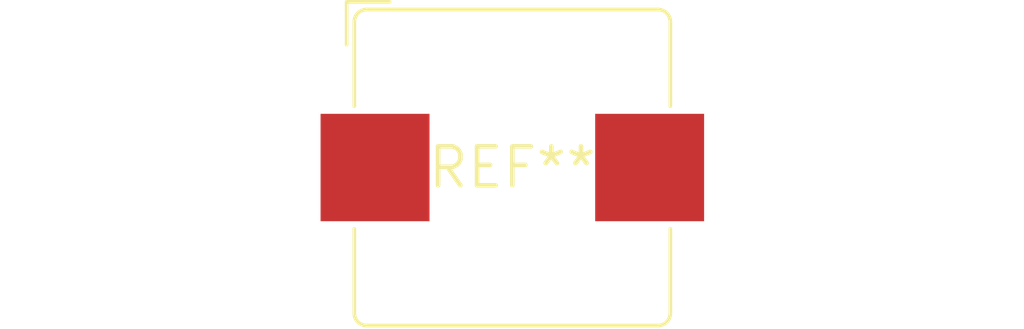
<source format=kicad_pcb>
(kicad_pcb (version 20240108) (generator pcbnew)
  (layers (0 "F.Cu" signal) (31 "B.Cu" signal) (34 "B.Paste" user) (35 "F.Paste" user) (36 "B.SilkS" user "B.Silkscreen") (37 "F.SilkS" user "F.Silkscreen") (38 "B.Mask" user) (39 "F.Mask" user) (44 "Edge.Cuts" user))
  (net 0 "")
  (footprint "L_Bourns_SRP1038C_10.0x10.0mm" (layer "F.Cu") (at 0 0)
    (property "Reference" "REF**")
    (property "Value" "L_Bourns_SRP1038C_10.0x10.0mm")
    (fp_line (start -5.4 -5.4) (end -5.4 -4) (layer "F.SilkS") (stroke (width 0.12)))
    (fp_line (start -5.4 -5.4) (end -4 -5.4) (layer "F.SilkS") (stroke (width 0.12)))
    (fp_line (start -5.15 -4.75) (end -5.15 -2) (layer "F.SilkS") (stroke (width 0.12)))
    (fp_line (start -5.15 2) (end -5.15 4.75) (layer "F.SilkS") (stroke (width 0.12)))
    (fp_line (start -4.75 -5.15) (end 4.75 -5.15) (layer "F.SilkS") (stroke (width 0.12)))
    (fp_line (start 4.75 5.15) (end -4.75 5.15) (layer "F.SilkS") (stroke (width 0.12)))
    (fp_line (start 5.15 -4.75) (end 5.15 -2) (layer "F.SilkS") (stroke (width 0.12)))
    (fp_line (start 5.15 2) (end 5.15 4.75) (layer "F.SilkS") (stroke (width 0.12)))
    (fp_arc (start -5.15 -4.75) (mid -5.032843 -5.032843) (end -4.75 -5.15) (layer "F.SilkS") (stroke (width 0.12)))
    (fp_arc (start -4.75 5.15) (mid -5.032843 5.032843) (end -5.15 4.75) (layer "F.SilkS") (stroke (width 0.12)))
    (fp_arc (start 4.75 -5.15) (mid 5.032843 -5.032843) (end 5.15 -4.75) (layer "F.SilkS") (stroke (width 0.12)))
    (fp_arc (start 5.15 4.75) (mid 5.032843 5.032843) (end 4.75 5.15) (layer "F.SilkS") (stroke (width 0.12)))
    (pad "1" smd rect (at -4.475 0) (size 3.55 3.5) (layers "F.Cu" "F.Paste" "F.Mask"))
    (pad "2" smd rect (at 4.475 0) (size 3.55 3.5) (layers "F.Cu" "F.Paste" "F.Mask"))
  )
)
</source>
